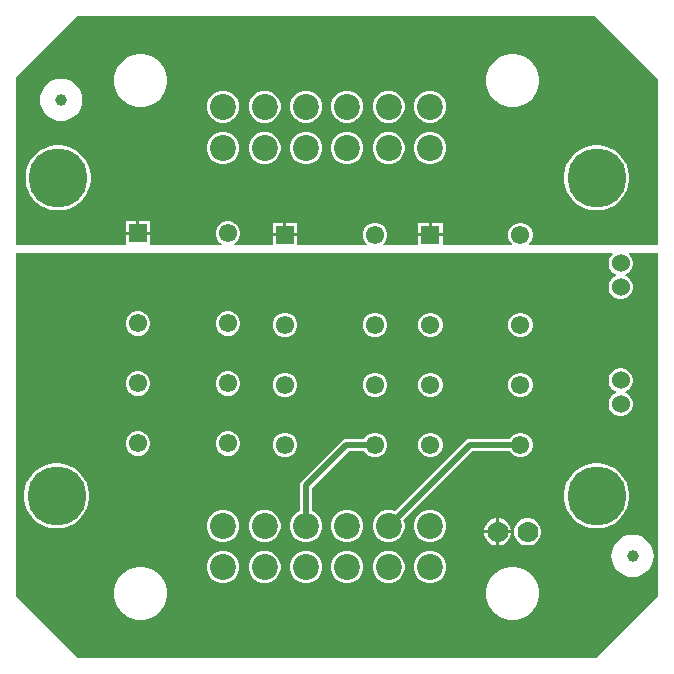
<source format=gbl>
G04*
G04 #@! TF.GenerationSoftware,Altium Limited,Altium Designer,21.1.1 (26)*
G04*
G04 Layer_Physical_Order=2*
G04 Layer_Color=16711680*
%FSLAX25Y25*%
%MOIN*%
G70*
G04*
G04 #@! TF.SameCoordinates,BF935737-4819-41B5-9F27-83029170D06B*
G04*
G04*
G04 #@! TF.FilePolarity,Positive*
G04*
G01*
G75*
%ADD24C,0.06102*%
%ADD25R,0.06102X0.06102*%
%ADD35C,0.03937*%
%ADD40C,0.02000*%
%ADD41C,0.08661*%
%ADD42C,0.02000*%
%ADD43C,0.19685*%
%ADD44C,0.06000*%
%ADD45C,0.07000*%
%ADD46C,0.02165*%
G36*
X310500Y176500D02*
X290000Y156000D01*
X117000D01*
X96500Y176500D01*
X96500Y291000D01*
X295136Y291000D01*
X295343Y290500D01*
X294799Y289956D01*
X294273Y289044D01*
X294000Y288027D01*
Y286973D01*
X294273Y285956D01*
X294799Y285044D01*
X295544Y284299D01*
X296340Y283840D01*
X296390Y283629D01*
Y283497D01*
X296340Y283286D01*
X295544Y282827D01*
X294799Y282082D01*
X294273Y281170D01*
X294000Y280153D01*
Y279099D01*
X294273Y278082D01*
X294799Y277170D01*
X295544Y276425D01*
X296456Y275899D01*
X297473Y275626D01*
X298527D01*
X299544Y275899D01*
X300456Y276425D01*
X301201Y277170D01*
X301727Y278082D01*
X302000Y279099D01*
Y280153D01*
X301727Y281170D01*
X301201Y282082D01*
X300456Y282827D01*
X299660Y283286D01*
X299610Y283497D01*
Y283629D01*
X299660Y283840D01*
X300456Y284299D01*
X301201Y285044D01*
X301727Y285956D01*
X302000Y286973D01*
Y288027D01*
X301727Y289044D01*
X301201Y289956D01*
X300657Y290500D01*
X300864Y291000D01*
X310500D01*
X310500Y176500D01*
D02*
G37*
G36*
Y349000D02*
Y293520D01*
X267580D01*
X267372Y294020D01*
X267865Y294513D01*
X268399Y295436D01*
X268675Y296467D01*
Y297533D01*
X268399Y298564D01*
X267865Y299487D01*
X267111Y300242D01*
X266187Y300775D01*
X265157Y301051D01*
X264090D01*
X263060Y300775D01*
X262136Y300242D01*
X261382Y299487D01*
X260848Y298564D01*
X260572Y297533D01*
Y296467D01*
X260848Y295436D01*
X261382Y294513D01*
X261875Y294020D01*
X261668Y293520D01*
X238675D01*
Y296500D01*
X234624D01*
X230572D01*
Y293520D01*
X219080D01*
X218872Y294020D01*
X219365Y294513D01*
X219899Y295436D01*
X220175Y296467D01*
Y297533D01*
X219899Y298564D01*
X219365Y299487D01*
X218611Y300242D01*
X217687Y300775D01*
X216657Y301051D01*
X215590D01*
X214560Y300775D01*
X213636Y300242D01*
X212882Y299487D01*
X212349Y298564D01*
X212072Y297533D01*
Y296467D01*
X212349Y295436D01*
X212882Y294513D01*
X213375Y294020D01*
X213168Y293520D01*
X190175Y293520D01*
Y296500D01*
X186124D01*
X182072D01*
Y293520D01*
X169332D01*
X169198Y294020D01*
X169611Y294258D01*
X170365Y295012D01*
X170899Y295936D01*
X171175Y296967D01*
Y298033D01*
X170899Y299064D01*
X170365Y299988D01*
X169611Y300742D01*
X168687Y301275D01*
X167657Y301551D01*
X166590D01*
X165560Y301275D01*
X164636Y300742D01*
X163882Y299988D01*
X163348Y299064D01*
X163072Y298033D01*
Y296967D01*
X163348Y295936D01*
X163882Y295012D01*
X164636Y294258D01*
X165050Y294020D01*
X164916Y293520D01*
X141175D01*
Y297000D01*
X137124D01*
X133072D01*
Y293520D01*
X96500D01*
Y349500D01*
X117000Y370000D01*
X289500D01*
X310500Y349000D01*
D02*
G37*
%LPC*%
G36*
X167657Y271551D02*
X166590D01*
X165560Y271275D01*
X164636Y270742D01*
X163882Y269988D01*
X163348Y269064D01*
X163072Y268033D01*
Y266967D01*
X163348Y265936D01*
X163882Y265013D01*
X164636Y264258D01*
X165560Y263725D01*
X166590Y263449D01*
X167657D01*
X168687Y263725D01*
X169611Y264258D01*
X170365Y265013D01*
X170899Y265936D01*
X171175Y266967D01*
Y268033D01*
X170899Y269064D01*
X170365Y269988D01*
X169611Y270742D01*
X168687Y271275D01*
X167657Y271551D01*
D02*
G37*
G36*
X137657D02*
X136590D01*
X135560Y271275D01*
X134636Y270742D01*
X133882Y269988D01*
X133349Y269064D01*
X133072Y268033D01*
Y266967D01*
X133349Y265936D01*
X133882Y265013D01*
X134636Y264258D01*
X135560Y263725D01*
X136590Y263449D01*
X137657D01*
X138687Y263725D01*
X139611Y264258D01*
X140365Y265013D01*
X140899Y265936D01*
X141175Y266967D01*
Y268033D01*
X140899Y269064D01*
X140365Y269988D01*
X139611Y270742D01*
X138687Y271275D01*
X137657Y271551D01*
D02*
G37*
G36*
X265157Y271051D02*
X264090D01*
X263060Y270775D01*
X262136Y270242D01*
X261382Y269488D01*
X260848Y268564D01*
X260572Y267533D01*
Y266467D01*
X260848Y265436D01*
X261382Y264512D01*
X262136Y263758D01*
X263060Y263225D01*
X264090Y262949D01*
X265157D01*
X266187Y263225D01*
X267111Y263758D01*
X267865Y264512D01*
X268399Y265436D01*
X268675Y266467D01*
Y267533D01*
X268399Y268564D01*
X267865Y269488D01*
X267111Y270242D01*
X266187Y270775D01*
X265157Y271051D01*
D02*
G37*
G36*
X235157D02*
X234090D01*
X233060Y270775D01*
X232136Y270242D01*
X231382Y269488D01*
X230849Y268564D01*
X230572Y267533D01*
Y266467D01*
X230849Y265436D01*
X231382Y264512D01*
X232136Y263758D01*
X233060Y263225D01*
X234090Y262949D01*
X235157D01*
X236187Y263225D01*
X237111Y263758D01*
X237865Y264512D01*
X238399Y265436D01*
X238675Y266467D01*
Y267533D01*
X238399Y268564D01*
X237865Y269488D01*
X237111Y270242D01*
X236187Y270775D01*
X235157Y271051D01*
D02*
G37*
G36*
X216657D02*
X215590D01*
X214560Y270775D01*
X213636Y270242D01*
X212882Y269488D01*
X212349Y268564D01*
X212072Y267533D01*
Y266467D01*
X212349Y265436D01*
X212882Y264512D01*
X213636Y263758D01*
X214560Y263225D01*
X215590Y262949D01*
X216657D01*
X217687Y263225D01*
X218611Y263758D01*
X219365Y264512D01*
X219899Y265436D01*
X220175Y266467D01*
Y267533D01*
X219899Y268564D01*
X219365Y269488D01*
X218611Y270242D01*
X217687Y270775D01*
X216657Y271051D01*
D02*
G37*
G36*
X186657D02*
X185590D01*
X184560Y270775D01*
X183636Y270242D01*
X182882Y269488D01*
X182349Y268564D01*
X182072Y267533D01*
Y266467D01*
X182349Y265436D01*
X182882Y264512D01*
X183636Y263758D01*
X184560Y263225D01*
X185590Y262949D01*
X186657D01*
X187687Y263225D01*
X188611Y263758D01*
X189365Y264512D01*
X189899Y265436D01*
X190175Y266467D01*
Y267533D01*
X189899Y268564D01*
X189365Y269488D01*
X188611Y270242D01*
X187687Y270775D01*
X186657Y271051D01*
D02*
G37*
G36*
X167657Y251551D02*
X166590D01*
X165560Y251275D01*
X164636Y250742D01*
X163882Y249988D01*
X163348Y249064D01*
X163072Y248033D01*
Y246967D01*
X163348Y245936D01*
X163882Y245012D01*
X164636Y244258D01*
X165560Y243725D01*
X166590Y243449D01*
X167657D01*
X168687Y243725D01*
X169611Y244258D01*
X170365Y245012D01*
X170899Y245936D01*
X171175Y246967D01*
Y248033D01*
X170899Y249064D01*
X170365Y249988D01*
X169611Y250742D01*
X168687Y251275D01*
X167657Y251551D01*
D02*
G37*
G36*
X137657D02*
X136590D01*
X135560Y251275D01*
X134636Y250742D01*
X133882Y249988D01*
X133349Y249064D01*
X133072Y248033D01*
Y246967D01*
X133349Y245936D01*
X133882Y245012D01*
X134636Y244258D01*
X135560Y243725D01*
X136590Y243449D01*
X137657D01*
X138687Y243725D01*
X139611Y244258D01*
X140365Y245012D01*
X140899Y245936D01*
X141175Y246967D01*
Y248033D01*
X140899Y249064D01*
X140365Y249988D01*
X139611Y250742D01*
X138687Y251275D01*
X137657Y251551D01*
D02*
G37*
G36*
X265157Y251051D02*
X264090D01*
X263060Y250775D01*
X262136Y250242D01*
X261382Y249487D01*
X260848Y248564D01*
X260572Y247533D01*
Y246467D01*
X260848Y245436D01*
X261382Y244513D01*
X262136Y243758D01*
X263060Y243225D01*
X264090Y242949D01*
X265157D01*
X266187Y243225D01*
X267111Y243758D01*
X267865Y244513D01*
X268399Y245436D01*
X268675Y246467D01*
Y247533D01*
X268399Y248564D01*
X267865Y249487D01*
X267111Y250242D01*
X266187Y250775D01*
X265157Y251051D01*
D02*
G37*
G36*
X235157D02*
X234090D01*
X233060Y250775D01*
X232136Y250242D01*
X231382Y249487D01*
X230849Y248564D01*
X230572Y247533D01*
Y246467D01*
X230849Y245436D01*
X231382Y244513D01*
X232136Y243758D01*
X233060Y243225D01*
X234090Y242949D01*
X235157D01*
X236187Y243225D01*
X237111Y243758D01*
X237865Y244513D01*
X238399Y245436D01*
X238675Y246467D01*
Y247533D01*
X238399Y248564D01*
X237865Y249487D01*
X237111Y250242D01*
X236187Y250775D01*
X235157Y251051D01*
D02*
G37*
G36*
X216657D02*
X215590D01*
X214560Y250775D01*
X213636Y250242D01*
X212882Y249487D01*
X212349Y248564D01*
X212072Y247533D01*
Y246467D01*
X212349Y245436D01*
X212882Y244513D01*
X213636Y243758D01*
X214560Y243225D01*
X215590Y242949D01*
X216657D01*
X217687Y243225D01*
X218611Y243758D01*
X219365Y244513D01*
X219899Y245436D01*
X220175Y246467D01*
Y247533D01*
X219899Y248564D01*
X219365Y249487D01*
X218611Y250242D01*
X217687Y250775D01*
X216657Y251051D01*
D02*
G37*
G36*
X186657D02*
X185590D01*
X184560Y250775D01*
X183636Y250242D01*
X182882Y249487D01*
X182349Y248564D01*
X182072Y247533D01*
Y246467D01*
X182349Y245436D01*
X182882Y244513D01*
X183636Y243758D01*
X184560Y243225D01*
X185590Y242949D01*
X186657D01*
X187687Y243225D01*
X188611Y243758D01*
X189365Y244513D01*
X189899Y245436D01*
X190175Y246467D01*
Y247533D01*
X189899Y248564D01*
X189365Y249487D01*
X188611Y250242D01*
X187687Y250775D01*
X186657Y251051D01*
D02*
G37*
G36*
X298527Y252500D02*
X297473D01*
X296456Y252227D01*
X295544Y251701D01*
X294799Y250956D01*
X294273Y250044D01*
X294000Y249027D01*
Y247973D01*
X294273Y246956D01*
X294799Y246044D01*
X295544Y245299D01*
X296340Y244840D01*
X296390Y244629D01*
Y244497D01*
X296340Y244286D01*
X295544Y243827D01*
X294799Y243082D01*
X294273Y242170D01*
X294000Y241153D01*
Y240099D01*
X294273Y239082D01*
X294799Y238170D01*
X295544Y237425D01*
X296456Y236899D01*
X297473Y236626D01*
X298527D01*
X299544Y236899D01*
X300456Y237425D01*
X301201Y238170D01*
X301727Y239082D01*
X302000Y240099D01*
Y241153D01*
X301727Y242170D01*
X301201Y243082D01*
X300456Y243827D01*
X299660Y244286D01*
X299610Y244497D01*
Y244629D01*
X299660Y244840D01*
X300456Y245299D01*
X301201Y246044D01*
X301727Y246956D01*
X302000Y247973D01*
Y249027D01*
X301727Y250044D01*
X301201Y250956D01*
X300456Y251701D01*
X299544Y252227D01*
X298527Y252500D01*
D02*
G37*
G36*
X265157Y231051D02*
X264090D01*
X263060Y230775D01*
X262136Y230242D01*
X261382Y229487D01*
X261123Y229039D01*
X247669D01*
X247669Y229039D01*
X246889Y228884D01*
X246227Y228442D01*
X222743Y204958D01*
X222727Y204967D01*
X221371Y205331D01*
X219968D01*
X218612Y204967D01*
X217396Y204266D01*
X216404Y203273D01*
X215702Y202058D01*
X215338Y200702D01*
Y199298D01*
X215702Y197942D01*
X216404Y196727D01*
X217396Y195734D01*
X218612Y195033D01*
X219968Y194669D01*
X221371D01*
X222727Y195033D01*
X223942Y195734D01*
X224935Y196727D01*
X225637Y197942D01*
X226000Y199298D01*
Y200702D01*
X225637Y202058D01*
X225627Y202074D01*
X248514Y224961D01*
X261123D01*
X261382Y224513D01*
X262136Y223758D01*
X263060Y223225D01*
X264090Y222949D01*
X265157D01*
X266187Y223225D01*
X267111Y223758D01*
X267865Y224513D01*
X268399Y225436D01*
X268675Y226467D01*
Y227533D01*
X268399Y228564D01*
X267865Y229487D01*
X267111Y230242D01*
X266187Y230775D01*
X265157Y231051D01*
D02*
G37*
G36*
X167657Y231551D02*
X166590D01*
X165560Y231275D01*
X164636Y230742D01*
X163882Y229988D01*
X163348Y229064D01*
X163072Y228033D01*
Y226967D01*
X163348Y225936D01*
X163882Y225012D01*
X164636Y224258D01*
X165560Y223725D01*
X166590Y223449D01*
X167657D01*
X168687Y223725D01*
X169611Y224258D01*
X170365Y225012D01*
X170899Y225936D01*
X171175Y226967D01*
Y228033D01*
X170899Y229064D01*
X170365Y229988D01*
X169611Y230742D01*
X168687Y231275D01*
X167657Y231551D01*
D02*
G37*
G36*
X137657D02*
X136590D01*
X135560Y231275D01*
X134636Y230742D01*
X133882Y229988D01*
X133349Y229064D01*
X133072Y228033D01*
Y226967D01*
X133349Y225936D01*
X133882Y225012D01*
X134636Y224258D01*
X135560Y223725D01*
X136590Y223449D01*
X137657D01*
X138687Y223725D01*
X139611Y224258D01*
X140365Y225012D01*
X140899Y225936D01*
X141175Y226967D01*
Y228033D01*
X140899Y229064D01*
X140365Y229988D01*
X139611Y230742D01*
X138687Y231275D01*
X137657Y231551D01*
D02*
G37*
G36*
X235157Y231051D02*
X234090D01*
X233060Y230775D01*
X232136Y230242D01*
X231382Y229487D01*
X230849Y228564D01*
X230572Y227533D01*
Y226467D01*
X230849Y225436D01*
X231382Y224513D01*
X232136Y223758D01*
X233060Y223225D01*
X234090Y222949D01*
X235157D01*
X236187Y223225D01*
X237111Y223758D01*
X237865Y224513D01*
X238399Y225436D01*
X238675Y226467D01*
Y227533D01*
X238399Y228564D01*
X237865Y229487D01*
X237111Y230242D01*
X236187Y230775D01*
X235157Y231051D01*
D02*
G37*
G36*
X216657D02*
X215590D01*
X214560Y230775D01*
X213636Y230242D01*
X212882Y229487D01*
X212623Y229039D01*
X206500D01*
X205720Y228884D01*
X205058Y228442D01*
X191668Y215052D01*
X191226Y214391D01*
X191071Y213610D01*
Y204972D01*
X191053Y204967D01*
X189837Y204266D01*
X188845Y203273D01*
X188143Y202058D01*
X187779Y200702D01*
Y199298D01*
X188143Y197942D01*
X188845Y196727D01*
X189837Y195734D01*
X191053Y195033D01*
X192408Y194669D01*
X193812D01*
X195168Y195033D01*
X196383Y195734D01*
X197376Y196727D01*
X198078Y197942D01*
X198441Y199298D01*
Y200702D01*
X198078Y202058D01*
X197376Y203273D01*
X196383Y204266D01*
X195168Y204967D01*
X195149Y204972D01*
Y212766D01*
X207345Y224961D01*
X212623D01*
X212882Y224513D01*
X213636Y223758D01*
X214560Y223225D01*
X215590Y222949D01*
X216657D01*
X217687Y223225D01*
X218611Y223758D01*
X219365Y224513D01*
X219899Y225436D01*
X220175Y226467D01*
Y227533D01*
X219899Y228564D01*
X219365Y229487D01*
X218611Y230242D01*
X217687Y230775D01*
X216657Y231051D01*
D02*
G37*
G36*
X186657D02*
X185590D01*
X184560Y230775D01*
X183636Y230242D01*
X182882Y229487D01*
X182349Y228564D01*
X182072Y227533D01*
Y226467D01*
X182349Y225436D01*
X182882Y224513D01*
X183636Y223758D01*
X184560Y223225D01*
X185590Y222949D01*
X186657D01*
X187687Y223225D01*
X188611Y223758D01*
X189365Y224513D01*
X189899Y225436D01*
X190175Y226467D01*
Y227533D01*
X189899Y228564D01*
X189365Y229487D01*
X188611Y230242D01*
X187687Y230775D01*
X186657Y231051D01*
D02*
G37*
G36*
X290853Y220843D02*
X289147D01*
X287461Y220575D01*
X285838Y220048D01*
X284317Y219273D01*
X282937Y218270D01*
X281730Y217063D01*
X280727Y215683D01*
X279952Y214162D01*
X279425Y212539D01*
X279157Y210853D01*
Y209147D01*
X279425Y207461D01*
X279952Y205838D01*
X280727Y204317D01*
X281730Y202937D01*
X282937Y201730D01*
X284317Y200727D01*
X285838Y199952D01*
X287461Y199425D01*
X289147Y199158D01*
X290853D01*
X292539Y199425D01*
X294162Y199952D01*
X295683Y200727D01*
X297063Y201730D01*
X298270Y202937D01*
X299273Y204317D01*
X300048Y205838D01*
X300575Y207461D01*
X300842Y209147D01*
Y210853D01*
X300575Y212539D01*
X300048Y214162D01*
X299273Y215683D01*
X298270Y217063D01*
X297063Y218270D01*
X295683Y219273D01*
X294162Y220048D01*
X292539Y220575D01*
X290853Y220843D01*
D02*
G37*
G36*
X110853D02*
X109147D01*
X107461Y220575D01*
X105838Y220048D01*
X104317Y219273D01*
X102937Y218270D01*
X101730Y217063D01*
X100727Y215683D01*
X99952Y214162D01*
X99424Y212539D01*
X99158Y210853D01*
Y209147D01*
X99424Y207461D01*
X99952Y205838D01*
X100727Y204317D01*
X101730Y202937D01*
X102937Y201730D01*
X104317Y200727D01*
X105838Y199952D01*
X107461Y199425D01*
X109147Y199158D01*
X110853D01*
X112539Y199425D01*
X114162Y199952D01*
X115683Y200727D01*
X117063Y201730D01*
X118270Y202937D01*
X119273Y204317D01*
X120048Y205838D01*
X120575Y207461D01*
X120843Y209147D01*
Y210853D01*
X120575Y212539D01*
X120048Y214162D01*
X119273Y215683D01*
X118270Y217063D01*
X117063Y218270D01*
X115683Y219273D01*
X114162Y220048D01*
X112539Y220575D01*
X110853Y220843D01*
D02*
G37*
G36*
X257592Y202500D02*
X257500D01*
Y198500D01*
X261500D01*
Y198592D01*
X261193Y199737D01*
X260601Y200763D01*
X259763Y201601D01*
X258737Y202193D01*
X257592Y202500D01*
D02*
G37*
G36*
X256500D02*
X256408D01*
X255263Y202193D01*
X254237Y201601D01*
X253399Y200763D01*
X252807Y199737D01*
X252500Y198592D01*
Y198500D01*
X256500D01*
Y202500D01*
D02*
G37*
G36*
X235151Y205331D02*
X233747D01*
X232391Y204967D01*
X231176Y204266D01*
X230183Y203273D01*
X229481Y202058D01*
X229118Y200702D01*
Y199298D01*
X229481Y197942D01*
X230183Y196727D01*
X231176Y195734D01*
X232391Y195033D01*
X233747Y194669D01*
X235151D01*
X236506Y195033D01*
X237722Y195734D01*
X238714Y196727D01*
X239416Y197942D01*
X239779Y199298D01*
Y200702D01*
X239416Y202058D01*
X238714Y203273D01*
X237722Y204266D01*
X236506Y204967D01*
X235151Y205331D01*
D02*
G37*
G36*
X207592D02*
X206188D01*
X204832Y204967D01*
X203617Y204266D01*
X202624Y203273D01*
X201922Y202058D01*
X201559Y200702D01*
Y199298D01*
X201922Y197942D01*
X202624Y196727D01*
X203617Y195734D01*
X204832Y195033D01*
X206188Y194669D01*
X207592D01*
X208947Y195033D01*
X210163Y195734D01*
X211155Y196727D01*
X211857Y197942D01*
X212220Y199298D01*
Y200702D01*
X211857Y202058D01*
X211155Y203273D01*
X210163Y204266D01*
X208947Y204967D01*
X207592Y205331D01*
D02*
G37*
G36*
X180033D02*
X178629D01*
X177273Y204967D01*
X176058Y204266D01*
X175065Y203273D01*
X174363Y202058D01*
X174000Y200702D01*
Y199298D01*
X174363Y197942D01*
X175065Y196727D01*
X176058Y195734D01*
X177273Y195033D01*
X178629Y194669D01*
X180033D01*
X181388Y195033D01*
X182604Y195734D01*
X183596Y196727D01*
X184298Y197942D01*
X184661Y199298D01*
Y200702D01*
X184298Y202058D01*
X183596Y203273D01*
X182604Y204266D01*
X181388Y204967D01*
X180033Y205331D01*
D02*
G37*
G36*
X166253D02*
X164849D01*
X163494Y204967D01*
X162278Y204266D01*
X161285Y203273D01*
X160584Y202058D01*
X160221Y200702D01*
Y199298D01*
X160584Y197942D01*
X161285Y196727D01*
X162278Y195734D01*
X163494Y195033D01*
X164849Y194669D01*
X166253D01*
X167609Y195033D01*
X168824Y195734D01*
X169817Y196727D01*
X170519Y197942D01*
X170882Y199298D01*
Y200702D01*
X170519Y202058D01*
X169817Y203273D01*
X168824Y204266D01*
X167609Y204967D01*
X166253Y205331D01*
D02*
G37*
G36*
X267592Y202500D02*
X266408D01*
X265263Y202193D01*
X264237Y201601D01*
X263399Y200763D01*
X262807Y199737D01*
X262500Y198592D01*
Y197408D01*
X262807Y196263D01*
X263399Y195237D01*
X264237Y194399D01*
X265263Y193807D01*
X266408Y193500D01*
X267592D01*
X268737Y193807D01*
X269763Y194399D01*
X270601Y195237D01*
X271193Y196263D01*
X271500Y197408D01*
Y198592D01*
X271193Y199737D01*
X270601Y200763D01*
X269763Y201601D01*
X268737Y202193D01*
X267592Y202500D01*
D02*
G37*
G36*
X261500Y197500D02*
X257500D01*
Y193500D01*
X257592D01*
X258737Y193807D01*
X259763Y194399D01*
X260601Y195237D01*
X261193Y196263D01*
X261500Y197408D01*
Y197500D01*
D02*
G37*
G36*
X256500D02*
X252500D01*
Y197408D01*
X252807Y196263D01*
X253399Y195237D01*
X254237Y194399D01*
X255263Y193807D01*
X256408Y193500D01*
X256500D01*
Y197500D01*
D02*
G37*
G36*
X302000Y197034D02*
X300628Y196899D01*
X299308Y196499D01*
X298092Y195849D01*
X297026Y194974D01*
X296151Y193908D01*
X295501Y192692D01*
X295101Y191372D01*
X294966Y190000D01*
X295101Y188628D01*
X295501Y187308D01*
X296151Y186092D01*
X297026Y185026D01*
X298092Y184151D01*
X299308Y183502D01*
X300628Y183101D01*
X302000Y182966D01*
X303372Y183101D01*
X304692Y183502D01*
X305908Y184151D01*
X306974Y185026D01*
X307849Y186092D01*
X308499Y187308D01*
X308899Y188628D01*
X309034Y190000D01*
X308899Y191372D01*
X308499Y192692D01*
X307849Y193908D01*
X306974Y194974D01*
X305908Y195849D01*
X304692Y196499D01*
X303372Y196899D01*
X302000Y197034D01*
D02*
G37*
G36*
X235151Y191551D02*
X233747D01*
X232391Y191188D01*
X231176Y190486D01*
X230183Y189494D01*
X229481Y188278D01*
X229118Y186922D01*
Y185519D01*
X229481Y184163D01*
X230183Y182947D01*
X231176Y181955D01*
X232391Y181253D01*
X233747Y180890D01*
X235151D01*
X236506Y181253D01*
X237722Y181955D01*
X238714Y182947D01*
X239416Y184163D01*
X239779Y185519D01*
Y186922D01*
X239416Y188278D01*
X238714Y189494D01*
X237722Y190486D01*
X236506Y191188D01*
X235151Y191551D01*
D02*
G37*
G36*
X221371D02*
X219968D01*
X218612Y191188D01*
X217396Y190486D01*
X216404Y189494D01*
X215702Y188278D01*
X215338Y186922D01*
Y185519D01*
X215702Y184163D01*
X216404Y182947D01*
X217396Y181955D01*
X218612Y181253D01*
X219968Y180890D01*
X221371D01*
X222727Y181253D01*
X223942Y181955D01*
X224935Y182947D01*
X225637Y184163D01*
X226000Y185519D01*
Y186922D01*
X225637Y188278D01*
X224935Y189494D01*
X223942Y190486D01*
X222727Y191188D01*
X221371Y191551D01*
D02*
G37*
G36*
X207592D02*
X206188D01*
X204832Y191188D01*
X203617Y190486D01*
X202624Y189494D01*
X201922Y188278D01*
X201559Y186922D01*
Y185519D01*
X201922Y184163D01*
X202624Y182947D01*
X203617Y181955D01*
X204832Y181253D01*
X206188Y180890D01*
X207592D01*
X208947Y181253D01*
X210163Y181955D01*
X211155Y182947D01*
X211857Y184163D01*
X212220Y185519D01*
Y186922D01*
X211857Y188278D01*
X211155Y189494D01*
X210163Y190486D01*
X208947Y191188D01*
X207592Y191551D01*
D02*
G37*
G36*
X193812D02*
X192408D01*
X191053Y191188D01*
X189837Y190486D01*
X188845Y189494D01*
X188143Y188278D01*
X187779Y186922D01*
Y185519D01*
X188143Y184163D01*
X188845Y182947D01*
X189837Y181955D01*
X191053Y181253D01*
X192408Y180890D01*
X193812D01*
X195168Y181253D01*
X196383Y181955D01*
X197376Y182947D01*
X198078Y184163D01*
X198441Y185519D01*
Y186922D01*
X198078Y188278D01*
X197376Y189494D01*
X196383Y190486D01*
X195168Y191188D01*
X193812Y191551D01*
D02*
G37*
G36*
X180033D02*
X178629D01*
X177273Y191188D01*
X176058Y190486D01*
X175065Y189494D01*
X174363Y188278D01*
X174000Y186922D01*
Y185519D01*
X174363Y184163D01*
X175065Y182947D01*
X176058Y181955D01*
X177273Y181253D01*
X178629Y180890D01*
X180033D01*
X181388Y181253D01*
X182604Y181955D01*
X183596Y182947D01*
X184298Y184163D01*
X184661Y185519D01*
Y186922D01*
X184298Y188278D01*
X183596Y189494D01*
X182604Y190486D01*
X181388Y191188D01*
X180033Y191551D01*
D02*
G37*
G36*
X166253D02*
X164849D01*
X163494Y191188D01*
X162278Y190486D01*
X161285Y189494D01*
X160584Y188278D01*
X160221Y186922D01*
Y185519D01*
X160584Y184163D01*
X161285Y182947D01*
X162278Y181955D01*
X163494Y181253D01*
X164849Y180890D01*
X166253D01*
X167609Y181253D01*
X168824Y181955D01*
X169817Y182947D01*
X170519Y184163D01*
X170882Y185519D01*
Y186922D01*
X170519Y188278D01*
X169817Y189494D01*
X168824Y190486D01*
X167609Y191188D01*
X166253Y191551D01*
D02*
G37*
G36*
X262882Y186433D02*
X261134D01*
X259419Y186092D01*
X257804Y185423D01*
X256351Y184452D01*
X255115Y183216D01*
X254144Y181763D01*
X253475Y180148D01*
X253134Y178433D01*
Y176685D01*
X253475Y174971D01*
X254144Y173356D01*
X255115Y171902D01*
X256351Y170666D01*
X257804Y169695D01*
X259419Y169026D01*
X261134Y168685D01*
X262882D01*
X264596Y169026D01*
X266211Y169695D01*
X267665Y170666D01*
X268901Y171902D01*
X269872Y173356D01*
X270541Y174971D01*
X270882Y176685D01*
Y178433D01*
X270541Y180148D01*
X269872Y181763D01*
X268901Y183216D01*
X267665Y184452D01*
X266211Y185423D01*
X264596Y186092D01*
X262882Y186433D01*
D02*
G37*
G36*
X138866D02*
X137118D01*
X135404Y186092D01*
X133789Y185423D01*
X132335Y184452D01*
X131099Y183216D01*
X130128Y181763D01*
X129459Y180148D01*
X129118Y178433D01*
Y176685D01*
X129459Y174971D01*
X130128Y173356D01*
X131099Y171902D01*
X132335Y170666D01*
X133789Y169695D01*
X135404Y169026D01*
X137118Y168685D01*
X138866D01*
X140581Y169026D01*
X142196Y169695D01*
X143649Y170666D01*
X144885Y171902D01*
X145856Y173356D01*
X146525Y174971D01*
X146866Y176685D01*
Y178433D01*
X146525Y180148D01*
X145856Y181763D01*
X144885Y183216D01*
X143649Y184452D01*
X142196Y185423D01*
X140581Y186092D01*
X138866Y186433D01*
D02*
G37*
G36*
X262882Y357315D02*
X261134D01*
X259419Y356974D01*
X257804Y356305D01*
X256351Y355334D01*
X255115Y354098D01*
X254144Y352644D01*
X253475Y351029D01*
X253134Y349315D01*
Y347567D01*
X253475Y345852D01*
X254144Y344237D01*
X255115Y342784D01*
X256351Y341548D01*
X257804Y340577D01*
X259419Y339908D01*
X261134Y339567D01*
X262882D01*
X264596Y339908D01*
X266211Y340577D01*
X267665Y341548D01*
X268901Y342784D01*
X269872Y344237D01*
X270541Y345852D01*
X270882Y347567D01*
Y349315D01*
X270541Y351029D01*
X269872Y352644D01*
X268901Y354098D01*
X267665Y355334D01*
X266211Y356305D01*
X264596Y356974D01*
X262882Y357315D01*
D02*
G37*
G36*
X138866D02*
X137118D01*
X135404Y356974D01*
X133789Y356305D01*
X132335Y355334D01*
X131099Y354098D01*
X130128Y352644D01*
X129459Y351029D01*
X129118Y349315D01*
Y347567D01*
X129459Y345852D01*
X130128Y344237D01*
X131099Y342784D01*
X132335Y341548D01*
X133789Y340577D01*
X135404Y339908D01*
X137118Y339567D01*
X138866D01*
X140581Y339908D01*
X142196Y340577D01*
X143649Y341548D01*
X144885Y342784D01*
X145856Y344237D01*
X146525Y345852D01*
X146866Y347567D01*
Y349315D01*
X146525Y351029D01*
X145856Y352644D01*
X144885Y354098D01*
X143649Y355334D01*
X142196Y356305D01*
X140581Y356974D01*
X138866Y357315D01*
D02*
G37*
G36*
X111500Y349034D02*
X110128Y348899D01*
X108808Y348499D01*
X107592Y347849D01*
X106526Y346974D01*
X105651Y345908D01*
X105001Y344692D01*
X104601Y343372D01*
X104466Y342000D01*
X104601Y340628D01*
X105001Y339308D01*
X105651Y338092D01*
X106526Y337026D01*
X107592Y336152D01*
X108808Y335502D01*
X110128Y335101D01*
X111500Y334966D01*
X112872Y335101D01*
X114192Y335502D01*
X115408Y336152D01*
X116474Y337026D01*
X117349Y338092D01*
X117999Y339308D01*
X118399Y340628D01*
X118534Y342000D01*
X118399Y343372D01*
X117999Y344692D01*
X117349Y345908D01*
X116474Y346974D01*
X115408Y347849D01*
X114192Y348499D01*
X112872Y348899D01*
X111500Y349034D01*
D02*
G37*
G36*
X235151Y345110D02*
X233747D01*
X232391Y344747D01*
X231176Y344045D01*
X230183Y343053D01*
X229481Y341837D01*
X229118Y340481D01*
Y339078D01*
X229481Y337722D01*
X230183Y336506D01*
X231176Y335514D01*
X232391Y334812D01*
X233747Y334449D01*
X235151D01*
X236506Y334812D01*
X237722Y335514D01*
X238714Y336506D01*
X239416Y337722D01*
X239779Y339078D01*
Y340481D01*
X239416Y341837D01*
X238714Y343053D01*
X237722Y344045D01*
X236506Y344747D01*
X235151Y345110D01*
D02*
G37*
G36*
X221371D02*
X219968D01*
X218612Y344747D01*
X217396Y344045D01*
X216404Y343053D01*
X215702Y341837D01*
X215339Y340481D01*
Y339078D01*
X215702Y337722D01*
X216404Y336506D01*
X217396Y335514D01*
X218612Y334812D01*
X219968Y334449D01*
X221371D01*
X222727Y334812D01*
X223942Y335514D01*
X224935Y336506D01*
X225637Y337722D01*
X226000Y339078D01*
Y340481D01*
X225637Y341837D01*
X224935Y343053D01*
X223942Y344045D01*
X222727Y344747D01*
X221371Y345110D01*
D02*
G37*
G36*
X207592D02*
X206188D01*
X204832Y344747D01*
X203617Y344045D01*
X202624Y343053D01*
X201922Y341837D01*
X201559Y340481D01*
Y339078D01*
X201922Y337722D01*
X202624Y336506D01*
X203617Y335514D01*
X204832Y334812D01*
X206188Y334449D01*
X207592D01*
X208947Y334812D01*
X210163Y335514D01*
X211155Y336506D01*
X211857Y337722D01*
X212221Y339078D01*
Y340481D01*
X211857Y341837D01*
X211155Y343053D01*
X210163Y344045D01*
X208947Y344747D01*
X207592Y345110D01*
D02*
G37*
G36*
X193812D02*
X192409D01*
X191053Y344747D01*
X189837Y344045D01*
X188845Y343053D01*
X188143Y341837D01*
X187779Y340481D01*
Y339078D01*
X188143Y337722D01*
X188845Y336506D01*
X189837Y335514D01*
X191053Y334812D01*
X192409Y334449D01*
X193812D01*
X195168Y334812D01*
X196383Y335514D01*
X197376Y336506D01*
X198078Y337722D01*
X198441Y339078D01*
Y340481D01*
X198078Y341837D01*
X197376Y343053D01*
X196383Y344045D01*
X195168Y344747D01*
X193812Y345110D01*
D02*
G37*
G36*
X180033D02*
X178629D01*
X177273Y344747D01*
X176058Y344045D01*
X175065Y343053D01*
X174363Y341837D01*
X174000Y340481D01*
Y339078D01*
X174363Y337722D01*
X175065Y336506D01*
X176058Y335514D01*
X177273Y334812D01*
X178629Y334449D01*
X180033D01*
X181388Y334812D01*
X182604Y335514D01*
X183596Y336506D01*
X184298Y337722D01*
X184661Y339078D01*
Y340481D01*
X184298Y341837D01*
X183596Y343053D01*
X182604Y344045D01*
X181388Y344747D01*
X180033Y345110D01*
D02*
G37*
G36*
X166253D02*
X164849D01*
X163494Y344747D01*
X162278Y344045D01*
X161286Y343053D01*
X160584Y341837D01*
X160221Y340481D01*
Y339078D01*
X160584Y337722D01*
X161286Y336506D01*
X162278Y335514D01*
X163494Y334812D01*
X164849Y334449D01*
X166253D01*
X167609Y334812D01*
X168824Y335514D01*
X169817Y336506D01*
X170519Y337722D01*
X170882Y339078D01*
Y340481D01*
X170519Y341837D01*
X169817Y343053D01*
X168824Y344045D01*
X167609Y344747D01*
X166253Y345110D01*
D02*
G37*
G36*
X235151Y331331D02*
X233747D01*
X232391Y330967D01*
X231176Y330266D01*
X230183Y329273D01*
X229481Y328058D01*
X229118Y326702D01*
Y325298D01*
X229481Y323942D01*
X230183Y322727D01*
X231176Y321734D01*
X232391Y321033D01*
X233747Y320669D01*
X235151D01*
X236506Y321033D01*
X237722Y321734D01*
X238714Y322727D01*
X239416Y323942D01*
X239779Y325298D01*
Y326702D01*
X239416Y328058D01*
X238714Y329273D01*
X237722Y330266D01*
X236506Y330967D01*
X235151Y331331D01*
D02*
G37*
G36*
X221371D02*
X219968D01*
X218612Y330967D01*
X217396Y330266D01*
X216404Y329273D01*
X215702Y328058D01*
X215339Y326702D01*
Y325298D01*
X215702Y323942D01*
X216404Y322727D01*
X217396Y321734D01*
X218612Y321033D01*
X219968Y320669D01*
X221371D01*
X222727Y321033D01*
X223942Y321734D01*
X224935Y322727D01*
X225637Y323942D01*
X226000Y325298D01*
Y326702D01*
X225637Y328058D01*
X224935Y329273D01*
X223942Y330266D01*
X222727Y330967D01*
X221371Y331331D01*
D02*
G37*
G36*
X207592D02*
X206188D01*
X204832Y330967D01*
X203617Y330266D01*
X202624Y329273D01*
X201922Y328058D01*
X201559Y326702D01*
Y325298D01*
X201922Y323942D01*
X202624Y322727D01*
X203617Y321734D01*
X204832Y321033D01*
X206188Y320669D01*
X207592D01*
X208947Y321033D01*
X210163Y321734D01*
X211155Y322727D01*
X211857Y323942D01*
X212221Y325298D01*
Y326702D01*
X211857Y328058D01*
X211155Y329273D01*
X210163Y330266D01*
X208947Y330967D01*
X207592Y331331D01*
D02*
G37*
G36*
X193812D02*
X192409D01*
X191053Y330967D01*
X189837Y330266D01*
X188845Y329273D01*
X188143Y328058D01*
X187779Y326702D01*
Y325298D01*
X188143Y323942D01*
X188845Y322727D01*
X189837Y321734D01*
X191053Y321033D01*
X192409Y320669D01*
X193812D01*
X195168Y321033D01*
X196383Y321734D01*
X197376Y322727D01*
X198078Y323942D01*
X198441Y325298D01*
Y326702D01*
X198078Y328058D01*
X197376Y329273D01*
X196383Y330266D01*
X195168Y330967D01*
X193812Y331331D01*
D02*
G37*
G36*
X180033D02*
X178629D01*
X177273Y330967D01*
X176058Y330266D01*
X175065Y329273D01*
X174363Y328058D01*
X174000Y326702D01*
Y325298D01*
X174363Y323942D01*
X175065Y322727D01*
X176058Y321734D01*
X177273Y321033D01*
X178629Y320669D01*
X180033D01*
X181388Y321033D01*
X182604Y321734D01*
X183596Y322727D01*
X184298Y323942D01*
X184661Y325298D01*
Y326702D01*
X184298Y328058D01*
X183596Y329273D01*
X182604Y330266D01*
X181388Y330967D01*
X180033Y331331D01*
D02*
G37*
G36*
X166253D02*
X164849D01*
X163494Y330967D01*
X162278Y330266D01*
X161286Y329273D01*
X160584Y328058D01*
X160221Y326702D01*
Y325298D01*
X160584Y323942D01*
X161286Y322727D01*
X162278Y321734D01*
X163494Y321033D01*
X164849Y320669D01*
X166253D01*
X167609Y321033D01*
X168824Y321734D01*
X169817Y322727D01*
X170519Y323942D01*
X170882Y325298D01*
Y326702D01*
X170519Y328058D01*
X169817Y329273D01*
X168824Y330266D01*
X167609Y330967D01*
X166253Y331331D01*
D02*
G37*
G36*
X290853Y326842D02*
X289147D01*
X287461Y326575D01*
X285838Y326048D01*
X284317Y325273D01*
X282937Y324270D01*
X281730Y323063D01*
X280727Y321683D01*
X279952Y320162D01*
X279425Y318539D01*
X279157Y316853D01*
Y315147D01*
X279425Y313461D01*
X279952Y311838D01*
X280727Y310317D01*
X281730Y308937D01*
X282937Y307730D01*
X284317Y306727D01*
X285838Y305952D01*
X287461Y305424D01*
X289147Y305157D01*
X290853D01*
X292539Y305424D01*
X294162Y305952D01*
X295683Y306727D01*
X297063Y307730D01*
X298270Y308937D01*
X299273Y310317D01*
X300048Y311838D01*
X300575Y313461D01*
X300842Y315147D01*
Y316853D01*
X300575Y318539D01*
X300048Y320162D01*
X299273Y321683D01*
X298270Y323063D01*
X297063Y324270D01*
X295683Y325273D01*
X294162Y326048D01*
X292539Y326575D01*
X290853Y326842D01*
D02*
G37*
G36*
X111353D02*
X109647D01*
X107961Y326575D01*
X106338Y326048D01*
X104817Y325273D01*
X103437Y324270D01*
X102230Y323063D01*
X101227Y321683D01*
X100452Y320162D01*
X99924Y318539D01*
X99657Y316853D01*
Y315147D01*
X99924Y313461D01*
X100452Y311838D01*
X101227Y310317D01*
X102230Y308937D01*
X103437Y307730D01*
X104817Y306727D01*
X106338Y305952D01*
X107961Y305424D01*
X109647Y305157D01*
X111353D01*
X113039Y305424D01*
X114662Y305952D01*
X116183Y306727D01*
X117563Y307730D01*
X118770Y308937D01*
X119773Y310317D01*
X120548Y311838D01*
X121075Y313461D01*
X121343Y315147D01*
Y316853D01*
X121075Y318539D01*
X120548Y320162D01*
X119773Y321683D01*
X118770Y323063D01*
X117563Y324270D01*
X116183Y325273D01*
X114662Y326048D01*
X113039Y326575D01*
X111353Y326842D01*
D02*
G37*
G36*
X141175Y301551D02*
X137624D01*
Y298000D01*
X141175D01*
Y301551D01*
D02*
G37*
G36*
X136624D02*
X133072D01*
Y298000D01*
X136624D01*
Y301551D01*
D02*
G37*
G36*
X238675Y301051D02*
X235124D01*
Y297500D01*
X238675D01*
Y301051D01*
D02*
G37*
G36*
X190175D02*
X186624D01*
Y297500D01*
X190175D01*
Y301051D01*
D02*
G37*
G36*
X234124D02*
X230572D01*
Y297500D01*
X234124D01*
Y301051D01*
D02*
G37*
G36*
X185624D02*
X182072D01*
Y297500D01*
X185624D01*
Y301051D01*
D02*
G37*
%LPD*%
D24*
X264624Y297000D02*
D03*
Y267000D02*
D03*
Y247000D02*
D03*
Y227000D02*
D03*
X234624Y267000D02*
D03*
Y247000D02*
D03*
Y227000D02*
D03*
X167124Y297500D02*
D03*
Y267500D02*
D03*
Y247500D02*
D03*
Y227500D02*
D03*
X137124Y267500D02*
D03*
Y247500D02*
D03*
Y227500D02*
D03*
X216124Y297000D02*
D03*
Y267000D02*
D03*
Y247000D02*
D03*
Y227000D02*
D03*
X186124Y267000D02*
D03*
Y247000D02*
D03*
Y227000D02*
D03*
D25*
X234624Y297000D02*
D03*
X137124Y297500D02*
D03*
X186124Y297000D02*
D03*
D35*
X111500Y342000D02*
D03*
X302000Y190000D02*
D03*
D40*
X247669Y227000D02*
X264624D01*
X193110Y213610D02*
X206500Y227000D01*
X216124D01*
X193110Y200000D02*
Y213610D01*
X220669Y200000D02*
X247669Y227000D01*
D41*
X234449Y186221D02*
D03*
X220669D02*
D03*
X206890D02*
D03*
X193110D02*
D03*
X179331D02*
D03*
X165551D02*
D03*
X234449Y200000D02*
D03*
X220669D02*
D03*
X206890D02*
D03*
X193110D02*
D03*
X179331D02*
D03*
X165551D02*
D03*
X165551Y339779D02*
D03*
X179331D02*
D03*
X193110D02*
D03*
X206890D02*
D03*
X220669D02*
D03*
X234449D02*
D03*
X165551Y326000D02*
D03*
X179331D02*
D03*
X193110D02*
D03*
X206890D02*
D03*
X220669D02*
D03*
X234449D02*
D03*
D42*
X296000Y310000D02*
D03*
X284000D02*
D03*
Y322000D02*
D03*
X281500Y316000D02*
D03*
X290000Y307500D02*
D03*
X296000Y322000D02*
D03*
X298500Y316000D02*
D03*
X290000Y324500D02*
D03*
X116500Y310000D02*
D03*
X104500D02*
D03*
Y322000D02*
D03*
X102000Y316000D02*
D03*
X110500Y307500D02*
D03*
X116500Y322000D02*
D03*
X119000Y316000D02*
D03*
X110500Y324500D02*
D03*
X116000Y204000D02*
D03*
X104000D02*
D03*
Y216000D02*
D03*
X101500Y210000D02*
D03*
X110000Y201500D02*
D03*
X116000Y216000D02*
D03*
X118500Y210000D02*
D03*
X110000Y218500D02*
D03*
X296000Y204000D02*
D03*
X284000D02*
D03*
Y216000D02*
D03*
X281500Y210000D02*
D03*
X290000Y201500D02*
D03*
X296000Y216000D02*
D03*
X298500Y210000D02*
D03*
X290000Y218500D02*
D03*
D43*
Y316000D02*
D03*
X110500D02*
D03*
X110000Y210000D02*
D03*
X290000D02*
D03*
D44*
X298000Y248500D02*
D03*
Y240626D02*
D03*
Y287500D02*
D03*
Y279626D02*
D03*
D45*
X267000Y198000D02*
D03*
X257000D02*
D03*
D46*
X281500Y336500D02*
D03*
X253000Y211000D02*
D03*
X245500Y288000D02*
D03*
X211000Y216500D02*
D03*
X161500D02*
D03*
X148000Y288000D02*
D03*
X197000D02*
D03*
M02*

</source>
